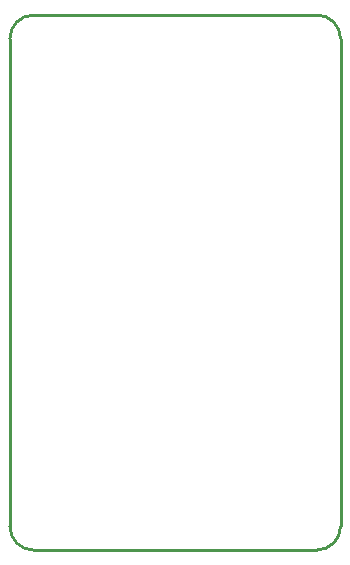
<source format=gbr>
G04 #@! TF.GenerationSoftware,KiCad,Pcbnew,5.1.0-rc2-unknown-036be7d~80~ubuntu16.04.1*
G04 #@! TF.CreationDate,2023-05-22T15:02:47+03:00*
G04 #@! TF.ProjectId,UEXT-P4Q_Rev_A,55455854-2d50-4345-915f-5265765f412e,A*
G04 #@! TF.SameCoordinates,Original*
G04 #@! TF.FileFunction,Profile,NP*
%FSLAX46Y46*%
G04 Gerber Fmt 4.6, Leading zero omitted, Abs format (unit mm)*
G04 Created by KiCad (PCBNEW 5.1.0-rc2-unknown-036be7d~80~ubuntu16.04.1) date 2023-05-22 15:02:47*
%MOMM*%
%LPD*%
G04 APERTURE LIST*
%ADD10C,0.254000*%
G04 APERTURE END LIST*
D10*
X101000000Y-169800000D02*
G75*
G02X99000000Y-171800000I-2000000J0D01*
G01*
X75000000Y-171800000D02*
G75*
G02X73000000Y-169800000I0J2000000D01*
G01*
X99000000Y-126500000D02*
G75*
G02X101000000Y-128500000I0J-2000000D01*
G01*
X73000000Y-128500000D02*
G75*
G02X75000000Y-126500000I2000000J0D01*
G01*
X99000000Y-126500000D02*
X75000000Y-126500000D01*
X101000000Y-169800000D02*
X101000000Y-128500000D01*
X75000000Y-171800000D02*
X99000000Y-171800000D01*
X73000000Y-128500000D02*
X73000000Y-169800000D01*
M02*

</source>
